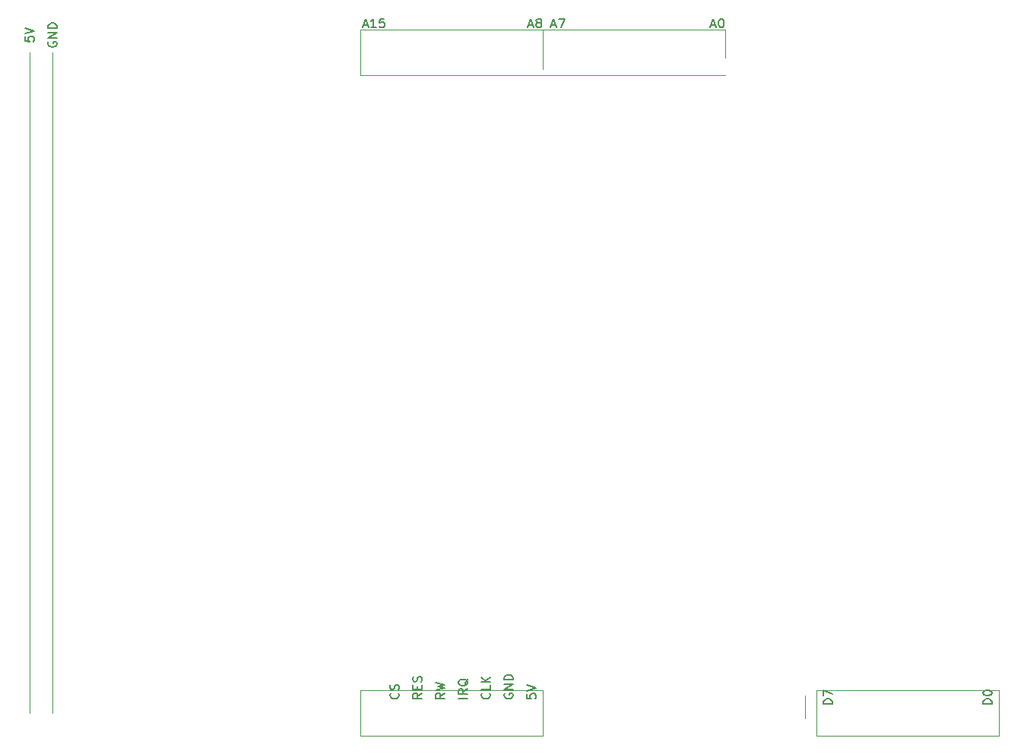
<source format=gbr>
G04 #@! TF.GenerationSoftware,KiCad,Pcbnew,(5.1.5-0-10_14)*
G04 #@! TF.CreationDate,2020-11-20T10:25:49+01:00*
G04 #@! TF.ProjectId,6502-bb,36353032-2d62-4622-9e6b-696361645f70,rev?*
G04 #@! TF.SameCoordinates,Original*
G04 #@! TF.FileFunction,Legend,Top*
G04 #@! TF.FilePolarity,Positive*
%FSLAX46Y46*%
G04 Gerber Fmt 4.6, Leading zero omitted, Abs format (unit mm)*
G04 Created by KiCad (PCBNEW (5.1.5-0-10_14)) date 2020-11-20 10:25:49*
%MOMM*%
%LPD*%
G04 APERTURE LIST*
%ADD10C,0.120000*%
%ADD11C,0.150000*%
G04 APERTURE END LIST*
D10*
X78740000Y-130810000D02*
X78740000Y-57150000D01*
X76200000Y-57150000D02*
X76200000Y-130810000D01*
D11*
X78240000Y-56006904D02*
X78192380Y-56102142D01*
X78192380Y-56245000D01*
X78240000Y-56387857D01*
X78335238Y-56483095D01*
X78430476Y-56530714D01*
X78620952Y-56578333D01*
X78763809Y-56578333D01*
X78954285Y-56530714D01*
X79049523Y-56483095D01*
X79144761Y-56387857D01*
X79192380Y-56245000D01*
X79192380Y-56149761D01*
X79144761Y-56006904D01*
X79097142Y-55959285D01*
X78763809Y-55959285D01*
X78763809Y-56149761D01*
X79192380Y-55530714D02*
X78192380Y-55530714D01*
X79192380Y-54959285D01*
X78192380Y-54959285D01*
X79192380Y-54483095D02*
X78192380Y-54483095D01*
X78192380Y-54245000D01*
X78240000Y-54102142D01*
X78335238Y-54006904D01*
X78430476Y-53959285D01*
X78620952Y-53911666D01*
X78763809Y-53911666D01*
X78954285Y-53959285D01*
X79049523Y-54006904D01*
X79144761Y-54102142D01*
X79192380Y-54245000D01*
X79192380Y-54483095D01*
X75652380Y-55435476D02*
X75652380Y-55911666D01*
X76128571Y-55959285D01*
X76080952Y-55911666D01*
X76033333Y-55816428D01*
X76033333Y-55578333D01*
X76080952Y-55483095D01*
X76128571Y-55435476D01*
X76223809Y-55387857D01*
X76461904Y-55387857D01*
X76557142Y-55435476D01*
X76604761Y-55483095D01*
X76652380Y-55578333D01*
X76652380Y-55816428D01*
X76604761Y-55911666D01*
X76557142Y-55959285D01*
X75652380Y-55102142D02*
X76652380Y-54768809D01*
X75652380Y-54435476D01*
D10*
X113030000Y-59690000D02*
X113030000Y-54610000D01*
X153670000Y-59690000D02*
X113030000Y-59690000D01*
X113030000Y-54610000D02*
X153670000Y-54610000D01*
X184150000Y-133350000D02*
X163830000Y-133350000D01*
X184150000Y-128270000D02*
X184150000Y-133350000D01*
X163830000Y-128270000D02*
X184150000Y-128270000D01*
X163830000Y-133350000D02*
X163830000Y-128270000D01*
X133350000Y-133350000D02*
X113030000Y-133350000D01*
X133350000Y-128270000D02*
X133350000Y-133350000D01*
X115570000Y-128270000D02*
X133350000Y-128270000D01*
X113030000Y-128270000D02*
X115570000Y-128270000D01*
X113030000Y-133350000D02*
X113030000Y-128270000D01*
D11*
X131532380Y-128728214D02*
X131532380Y-129204404D01*
X132008571Y-129252023D01*
X131960952Y-129204404D01*
X131913333Y-129109166D01*
X131913333Y-128871071D01*
X131960952Y-128775833D01*
X132008571Y-128728214D01*
X132103809Y-128680595D01*
X132341904Y-128680595D01*
X132437142Y-128728214D01*
X132484761Y-128775833D01*
X132532380Y-128871071D01*
X132532380Y-129109166D01*
X132484761Y-129204404D01*
X132437142Y-129252023D01*
X131532380Y-128394880D02*
X132532380Y-128061547D01*
X131532380Y-127728214D01*
X129040000Y-128680595D02*
X128992380Y-128775833D01*
X128992380Y-128918690D01*
X129040000Y-129061547D01*
X129135238Y-129156785D01*
X129230476Y-129204404D01*
X129420952Y-129252023D01*
X129563809Y-129252023D01*
X129754285Y-129204404D01*
X129849523Y-129156785D01*
X129944761Y-129061547D01*
X129992380Y-128918690D01*
X129992380Y-128823452D01*
X129944761Y-128680595D01*
X129897142Y-128632976D01*
X129563809Y-128632976D01*
X129563809Y-128823452D01*
X129992380Y-128204404D02*
X128992380Y-128204404D01*
X129992380Y-127632976D01*
X128992380Y-127632976D01*
X129992380Y-127156785D02*
X128992380Y-127156785D01*
X128992380Y-126918690D01*
X129040000Y-126775833D01*
X129135238Y-126680595D01*
X129230476Y-126632976D01*
X129420952Y-126585357D01*
X129563809Y-126585357D01*
X129754285Y-126632976D01*
X129849523Y-126680595D01*
X129944761Y-126775833D01*
X129992380Y-126918690D01*
X129992380Y-127156785D01*
X127357142Y-128632976D02*
X127404761Y-128680595D01*
X127452380Y-128823452D01*
X127452380Y-128918690D01*
X127404761Y-129061547D01*
X127309523Y-129156785D01*
X127214285Y-129204404D01*
X127023809Y-129252023D01*
X126880952Y-129252023D01*
X126690476Y-129204404D01*
X126595238Y-129156785D01*
X126500000Y-129061547D01*
X126452380Y-128918690D01*
X126452380Y-128823452D01*
X126500000Y-128680595D01*
X126547619Y-128632976D01*
X127452380Y-127728214D02*
X127452380Y-128204404D01*
X126452380Y-128204404D01*
X127452380Y-127394880D02*
X126452380Y-127394880D01*
X127452380Y-126823452D02*
X126880952Y-127252023D01*
X126452380Y-126823452D02*
X127023809Y-127394880D01*
X124912380Y-129204404D02*
X123912380Y-129204404D01*
X124912380Y-128156785D02*
X124436190Y-128490119D01*
X124912380Y-128728214D02*
X123912380Y-128728214D01*
X123912380Y-128347261D01*
X123960000Y-128252023D01*
X124007619Y-128204404D01*
X124102857Y-128156785D01*
X124245714Y-128156785D01*
X124340952Y-128204404D01*
X124388571Y-128252023D01*
X124436190Y-128347261D01*
X124436190Y-128728214D01*
X125007619Y-127061547D02*
X124960000Y-127156785D01*
X124864761Y-127252023D01*
X124721904Y-127394880D01*
X124674285Y-127490119D01*
X124674285Y-127585357D01*
X124912380Y-127537738D02*
X124864761Y-127632976D01*
X124769523Y-127728214D01*
X124579047Y-127775833D01*
X124245714Y-127775833D01*
X124055238Y-127728214D01*
X123960000Y-127632976D01*
X123912380Y-127537738D01*
X123912380Y-127347261D01*
X123960000Y-127252023D01*
X124055238Y-127156785D01*
X124245714Y-127109166D01*
X124579047Y-127109166D01*
X124769523Y-127156785D01*
X124864761Y-127252023D01*
X124912380Y-127347261D01*
X124912380Y-127537738D01*
X122372380Y-128632976D02*
X121896190Y-128966309D01*
X122372380Y-129204404D02*
X121372380Y-129204404D01*
X121372380Y-128823452D01*
X121420000Y-128728214D01*
X121467619Y-128680595D01*
X121562857Y-128632976D01*
X121705714Y-128632976D01*
X121800952Y-128680595D01*
X121848571Y-128728214D01*
X121896190Y-128823452D01*
X121896190Y-129204404D01*
X121372380Y-128299642D02*
X122372380Y-128061547D01*
X121658095Y-127871071D01*
X122372380Y-127680595D01*
X121372380Y-127442500D01*
X119832380Y-128632976D02*
X119356190Y-128966309D01*
X119832380Y-129204404D02*
X118832380Y-129204404D01*
X118832380Y-128823452D01*
X118880000Y-128728214D01*
X118927619Y-128680595D01*
X119022857Y-128632976D01*
X119165714Y-128632976D01*
X119260952Y-128680595D01*
X119308571Y-128728214D01*
X119356190Y-128823452D01*
X119356190Y-129204404D01*
X119308571Y-128204404D02*
X119308571Y-127871071D01*
X119832380Y-127728214D02*
X119832380Y-128204404D01*
X118832380Y-128204404D01*
X118832380Y-127728214D01*
X119784761Y-127347261D02*
X119832380Y-127204404D01*
X119832380Y-126966309D01*
X119784761Y-126871071D01*
X119737142Y-126823452D01*
X119641904Y-126775833D01*
X119546666Y-126775833D01*
X119451428Y-126823452D01*
X119403809Y-126871071D01*
X119356190Y-126966309D01*
X119308571Y-127156785D01*
X119260952Y-127252023D01*
X119213333Y-127299642D01*
X119118095Y-127347261D01*
X119022857Y-127347261D01*
X118927619Y-127299642D01*
X118880000Y-127252023D01*
X118832380Y-127156785D01*
X118832380Y-126918690D01*
X118880000Y-126775833D01*
X117197142Y-128632976D02*
X117244761Y-128680595D01*
X117292380Y-128823452D01*
X117292380Y-128918690D01*
X117244761Y-129061547D01*
X117149523Y-129156785D01*
X117054285Y-129204404D01*
X116863809Y-129252023D01*
X116720952Y-129252023D01*
X116530476Y-129204404D01*
X116435238Y-129156785D01*
X116340000Y-129061547D01*
X116292380Y-128918690D01*
X116292380Y-128823452D01*
X116340000Y-128680595D01*
X116387619Y-128632976D01*
X117244761Y-128252023D02*
X117292380Y-128109166D01*
X117292380Y-127871071D01*
X117244761Y-127775833D01*
X117197142Y-127728214D01*
X117101904Y-127680595D01*
X117006666Y-127680595D01*
X116911428Y-127728214D01*
X116863809Y-127775833D01*
X116816190Y-127871071D01*
X116768571Y-128061547D01*
X116720952Y-128156785D01*
X116673333Y-128204404D01*
X116578095Y-128252023D01*
X116482857Y-128252023D01*
X116387619Y-128204404D01*
X116340000Y-128156785D01*
X116292380Y-128061547D01*
X116292380Y-127823452D01*
X116340000Y-127680595D01*
D10*
X133350000Y-59055000D02*
X133350000Y-54610000D01*
D11*
X134272976Y-54141666D02*
X134749166Y-54141666D01*
X134177738Y-54427380D02*
X134511071Y-53427380D01*
X134844404Y-54427380D01*
X135082500Y-53427380D02*
X135749166Y-53427380D01*
X135320595Y-54427380D01*
X131732976Y-54141666D02*
X132209166Y-54141666D01*
X131637738Y-54427380D02*
X131971071Y-53427380D01*
X132304404Y-54427380D01*
X132780595Y-53855952D02*
X132685357Y-53808333D01*
X132637738Y-53760714D01*
X132590119Y-53665476D01*
X132590119Y-53617857D01*
X132637738Y-53522619D01*
X132685357Y-53475000D01*
X132780595Y-53427380D01*
X132971071Y-53427380D01*
X133066309Y-53475000D01*
X133113928Y-53522619D01*
X133161547Y-53617857D01*
X133161547Y-53665476D01*
X133113928Y-53760714D01*
X133066309Y-53808333D01*
X132971071Y-53855952D01*
X132780595Y-53855952D01*
X132685357Y-53903571D01*
X132637738Y-53951190D01*
X132590119Y-54046428D01*
X132590119Y-54236904D01*
X132637738Y-54332142D01*
X132685357Y-54379761D01*
X132780595Y-54427380D01*
X132971071Y-54427380D01*
X133066309Y-54379761D01*
X133113928Y-54332142D01*
X133161547Y-54236904D01*
X133161547Y-54046428D01*
X133113928Y-53951190D01*
X133066309Y-53903571D01*
X132971071Y-53855952D01*
X183332380Y-129839404D02*
X182332380Y-129839404D01*
X182332380Y-129601309D01*
X182380000Y-129458452D01*
X182475238Y-129363214D01*
X182570476Y-129315595D01*
X182760952Y-129267976D01*
X182903809Y-129267976D01*
X183094285Y-129315595D01*
X183189523Y-129363214D01*
X183284761Y-129458452D01*
X183332380Y-129601309D01*
X183332380Y-129839404D01*
X182332380Y-128648928D02*
X182332380Y-128553690D01*
X182380000Y-128458452D01*
X182427619Y-128410833D01*
X182522857Y-128363214D01*
X182713333Y-128315595D01*
X182951428Y-128315595D01*
X183141904Y-128363214D01*
X183237142Y-128410833D01*
X183284761Y-128458452D01*
X183332380Y-128553690D01*
X183332380Y-128648928D01*
X183284761Y-128744166D01*
X183237142Y-128791785D01*
X183141904Y-128839404D01*
X182951428Y-128887023D01*
X182713333Y-128887023D01*
X182522857Y-128839404D01*
X182427619Y-128791785D01*
X182380000Y-128744166D01*
X182332380Y-128648928D01*
X165552380Y-129839404D02*
X164552380Y-129839404D01*
X164552380Y-129601309D01*
X164600000Y-129458452D01*
X164695238Y-129363214D01*
X164790476Y-129315595D01*
X164980952Y-129267976D01*
X165123809Y-129267976D01*
X165314285Y-129315595D01*
X165409523Y-129363214D01*
X165504761Y-129458452D01*
X165552380Y-129601309D01*
X165552380Y-129839404D01*
X164552380Y-128934642D02*
X164552380Y-128267976D01*
X165552380Y-128696547D01*
D10*
X184150000Y-131445000D02*
X184150000Y-128905000D01*
X162560000Y-131445000D02*
X162560000Y-128905000D01*
D11*
X113317976Y-54141666D02*
X113794166Y-54141666D01*
X113222738Y-54427380D02*
X113556071Y-53427380D01*
X113889404Y-54427380D01*
X114746547Y-54427380D02*
X114175119Y-54427380D01*
X114460833Y-54427380D02*
X114460833Y-53427380D01*
X114365595Y-53570238D01*
X114270357Y-53665476D01*
X114175119Y-53713095D01*
X115651309Y-53427380D02*
X115175119Y-53427380D01*
X115127500Y-53903571D01*
X115175119Y-53855952D01*
X115270357Y-53808333D01*
X115508452Y-53808333D01*
X115603690Y-53855952D01*
X115651309Y-53903571D01*
X115698928Y-53998809D01*
X115698928Y-54236904D01*
X115651309Y-54332142D01*
X115603690Y-54379761D01*
X115508452Y-54427380D01*
X115270357Y-54427380D01*
X115175119Y-54379761D01*
X115127500Y-54332142D01*
X152052976Y-54141666D02*
X152529166Y-54141666D01*
X151957738Y-54427380D02*
X152291071Y-53427380D01*
X152624404Y-54427380D01*
X153148214Y-53427380D02*
X153243452Y-53427380D01*
X153338690Y-53475000D01*
X153386309Y-53522619D01*
X153433928Y-53617857D01*
X153481547Y-53808333D01*
X153481547Y-54046428D01*
X153433928Y-54236904D01*
X153386309Y-54332142D01*
X153338690Y-54379761D01*
X153243452Y-54427380D01*
X153148214Y-54427380D01*
X153052976Y-54379761D01*
X153005357Y-54332142D01*
X152957738Y-54236904D01*
X152910119Y-54046428D01*
X152910119Y-53808333D01*
X152957738Y-53617857D01*
X153005357Y-53522619D01*
X153052976Y-53475000D01*
X153148214Y-53427380D01*
D10*
X113030000Y-57785000D02*
X113030000Y-54610000D01*
X153670000Y-57785000D02*
X153670000Y-54610000D01*
M02*

</source>
